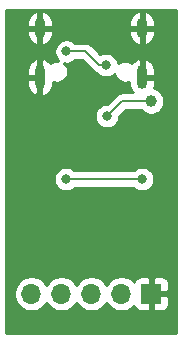
<source format=gbr>
G04 #@! TF.GenerationSoftware,KiCad,Pcbnew,(5.1.5)-3*
G04 #@! TF.CreationDate,2022-01-21T17:51:05-06:00*
G04 #@! TF.ProjectId,test_stand_smd,74657374-5f73-4746-916e-645f736d642e,rev?*
G04 #@! TF.SameCoordinates,Original*
G04 #@! TF.FileFunction,Copper,L2,Bot*
G04 #@! TF.FilePolarity,Positive*
%FSLAX46Y46*%
G04 Gerber Fmt 4.6, Leading zero omitted, Abs format (unit mm)*
G04 Created by KiCad (PCBNEW (5.1.5)-3) date 2022-01-21 17:51:05*
%MOMM*%
%LPD*%
G04 APERTURE LIST*
%ADD10O,0.900000X1.700000*%
%ADD11O,0.900000X2.000000*%
%ADD12C,1.000000*%
%ADD13O,1.700000X1.700000*%
%ADD14R,1.700000X1.700000*%
%ADD15C,0.800000*%
%ADD16C,0.250000*%
%ADD17C,0.200000*%
%ADD18C,0.254000*%
G04 APERTURE END LIST*
D10*
X138933460Y-78645200D03*
X147573460Y-78645200D03*
D11*
X138933460Y-82815200D03*
X147573460Y-82815200D03*
D12*
X148336000Y-84836000D03*
D13*
X138209020Y-101152960D03*
X140749020Y-101152960D03*
X143289020Y-101152960D03*
X145829020Y-101152960D03*
D14*
X148369020Y-101152960D03*
D15*
X144602200Y-86106000D03*
X147574000Y-91440000D03*
X148590000Y-92456000D03*
X149860000Y-96266000D03*
X144018000Y-89636600D03*
X141147800Y-91440000D03*
X144500600Y-81788000D03*
X141173200Y-80619600D03*
D16*
X138941080Y-82823920D02*
X138941080Y-78653920D01*
X147581080Y-82823920D02*
X147581080Y-78653920D01*
X148590000Y-92456000D02*
X148590000Y-93218000D01*
X148590000Y-93218000D02*
X149098000Y-93726000D01*
X149098000Y-95504000D02*
X149098000Y-94996000D01*
X149860000Y-96266000D02*
X149098000Y-95504000D01*
X149098000Y-93726000D02*
X149098000Y-94996000D01*
X149098000Y-94996000D02*
X149098000Y-95250000D01*
X138684000Y-96266000D02*
X149860000Y-96266000D01*
D17*
X138933460Y-84015200D02*
X138938000Y-84019740D01*
X138933460Y-82815200D02*
X138933460Y-84015200D01*
X138684000Y-84273740D02*
X138684000Y-96266000D01*
X138938000Y-84019740D02*
X138684000Y-84273740D01*
X147574000Y-91440000D02*
X141147800Y-91440000D01*
X143934915Y-81788000D02*
X142766515Y-80619600D01*
X144500600Y-81788000D02*
X143934915Y-81788000D01*
X142766515Y-80619600D02*
X142494000Y-80619600D01*
X142494000Y-80619600D02*
X141173200Y-80619600D01*
X141173200Y-80619600D02*
X141173200Y-80619600D01*
X145872200Y-84836000D02*
X148336000Y-84836000D01*
X144602200Y-86106000D02*
X145872200Y-84836000D01*
D18*
G36*
X150387197Y-77119047D02*
G01*
X150405662Y-77124622D01*
X150422694Y-77133678D01*
X150437643Y-77145870D01*
X150449938Y-77160732D01*
X150459111Y-77177696D01*
X150464817Y-77196129D01*
X150470001Y-77245455D01*
X150470000Y-104361723D01*
X150464953Y-104413195D01*
X150459377Y-104431663D01*
X150450322Y-104448693D01*
X150438129Y-104463643D01*
X150423266Y-104475939D01*
X150406303Y-104485111D01*
X150387871Y-104490817D01*
X150334539Y-104496422D01*
X136176277Y-104496422D01*
X136124720Y-104491367D01*
X136106178Y-104485769D01*
X136089071Y-104476673D01*
X136074061Y-104464430D01*
X136061712Y-104449504D01*
X136052498Y-104432463D01*
X136046771Y-104413961D01*
X136042000Y-104368568D01*
X136042000Y-101006700D01*
X136724020Y-101006700D01*
X136724020Y-101299220D01*
X136781088Y-101586118D01*
X136893030Y-101856371D01*
X137055545Y-102099592D01*
X137262388Y-102306435D01*
X137505609Y-102468950D01*
X137775862Y-102580892D01*
X138062760Y-102637960D01*
X138355280Y-102637960D01*
X138642178Y-102580892D01*
X138912431Y-102468950D01*
X139155652Y-102306435D01*
X139362495Y-102099592D01*
X139479020Y-101925200D01*
X139595545Y-102099592D01*
X139802388Y-102306435D01*
X140045609Y-102468950D01*
X140315862Y-102580892D01*
X140602760Y-102637960D01*
X140895280Y-102637960D01*
X141182178Y-102580892D01*
X141452431Y-102468950D01*
X141695652Y-102306435D01*
X141902495Y-102099592D01*
X142019020Y-101925200D01*
X142135545Y-102099592D01*
X142342388Y-102306435D01*
X142585609Y-102468950D01*
X142855862Y-102580892D01*
X143142760Y-102637960D01*
X143435280Y-102637960D01*
X143722178Y-102580892D01*
X143992431Y-102468950D01*
X144235652Y-102306435D01*
X144442495Y-102099592D01*
X144559020Y-101925200D01*
X144675545Y-102099592D01*
X144882388Y-102306435D01*
X145125609Y-102468950D01*
X145395862Y-102580892D01*
X145682760Y-102637960D01*
X145975280Y-102637960D01*
X146262178Y-102580892D01*
X146532431Y-102468950D01*
X146775652Y-102306435D01*
X146907507Y-102174580D01*
X146929518Y-102247140D01*
X146988483Y-102357454D01*
X147067835Y-102454145D01*
X147164526Y-102533497D01*
X147274840Y-102592462D01*
X147394538Y-102628772D01*
X147519020Y-102641032D01*
X148083270Y-102637960D01*
X148242020Y-102479210D01*
X148242020Y-101279960D01*
X148496020Y-101279960D01*
X148496020Y-102479210D01*
X148654770Y-102637960D01*
X149219020Y-102641032D01*
X149343502Y-102628772D01*
X149463200Y-102592462D01*
X149573514Y-102533497D01*
X149670205Y-102454145D01*
X149749557Y-102357454D01*
X149808522Y-102247140D01*
X149844832Y-102127442D01*
X149857092Y-102002960D01*
X149854020Y-101438710D01*
X149695270Y-101279960D01*
X148496020Y-101279960D01*
X148242020Y-101279960D01*
X148222020Y-101279960D01*
X148222020Y-101025960D01*
X148242020Y-101025960D01*
X148242020Y-99826710D01*
X148496020Y-99826710D01*
X148496020Y-101025960D01*
X149695270Y-101025960D01*
X149854020Y-100867210D01*
X149857092Y-100302960D01*
X149844832Y-100178478D01*
X149808522Y-100058780D01*
X149749557Y-99948466D01*
X149670205Y-99851775D01*
X149573514Y-99772423D01*
X149463200Y-99713458D01*
X149343502Y-99677148D01*
X149219020Y-99664888D01*
X148654770Y-99667960D01*
X148496020Y-99826710D01*
X148242020Y-99826710D01*
X148083270Y-99667960D01*
X147519020Y-99664888D01*
X147394538Y-99677148D01*
X147274840Y-99713458D01*
X147164526Y-99772423D01*
X147067835Y-99851775D01*
X146988483Y-99948466D01*
X146929518Y-100058780D01*
X146907507Y-100131340D01*
X146775652Y-99999485D01*
X146532431Y-99836970D01*
X146262178Y-99725028D01*
X145975280Y-99667960D01*
X145682760Y-99667960D01*
X145395862Y-99725028D01*
X145125609Y-99836970D01*
X144882388Y-99999485D01*
X144675545Y-100206328D01*
X144559020Y-100380720D01*
X144442495Y-100206328D01*
X144235652Y-99999485D01*
X143992431Y-99836970D01*
X143722178Y-99725028D01*
X143435280Y-99667960D01*
X143142760Y-99667960D01*
X142855862Y-99725028D01*
X142585609Y-99836970D01*
X142342388Y-99999485D01*
X142135545Y-100206328D01*
X142019020Y-100380720D01*
X141902495Y-100206328D01*
X141695652Y-99999485D01*
X141452431Y-99836970D01*
X141182178Y-99725028D01*
X140895280Y-99667960D01*
X140602760Y-99667960D01*
X140315862Y-99725028D01*
X140045609Y-99836970D01*
X139802388Y-99999485D01*
X139595545Y-100206328D01*
X139479020Y-100380720D01*
X139362495Y-100206328D01*
X139155652Y-99999485D01*
X138912431Y-99836970D01*
X138642178Y-99725028D01*
X138355280Y-99667960D01*
X138062760Y-99667960D01*
X137775862Y-99725028D01*
X137505609Y-99836970D01*
X137262388Y-99999485D01*
X137055545Y-100206328D01*
X136893030Y-100449549D01*
X136781088Y-100719802D01*
X136724020Y-101006700D01*
X136042000Y-101006700D01*
X136042000Y-91338061D01*
X140112800Y-91338061D01*
X140112800Y-91541939D01*
X140152574Y-91741898D01*
X140230595Y-91930256D01*
X140343863Y-92099774D01*
X140488026Y-92243937D01*
X140657544Y-92357205D01*
X140845902Y-92435226D01*
X141045861Y-92475000D01*
X141249739Y-92475000D01*
X141449698Y-92435226D01*
X141638056Y-92357205D01*
X141807574Y-92243937D01*
X141876511Y-92175000D01*
X146845289Y-92175000D01*
X146914226Y-92243937D01*
X147083744Y-92357205D01*
X147272102Y-92435226D01*
X147472061Y-92475000D01*
X147675939Y-92475000D01*
X147875898Y-92435226D01*
X148064256Y-92357205D01*
X148233774Y-92243937D01*
X148377937Y-92099774D01*
X148491205Y-91930256D01*
X148569226Y-91741898D01*
X148609000Y-91541939D01*
X148609000Y-91338061D01*
X148569226Y-91138102D01*
X148491205Y-90949744D01*
X148377937Y-90780226D01*
X148233774Y-90636063D01*
X148064256Y-90522795D01*
X147875898Y-90444774D01*
X147675939Y-90405000D01*
X147472061Y-90405000D01*
X147272102Y-90444774D01*
X147083744Y-90522795D01*
X146914226Y-90636063D01*
X146845289Y-90705000D01*
X141876511Y-90705000D01*
X141807574Y-90636063D01*
X141638056Y-90522795D01*
X141449698Y-90444774D01*
X141249739Y-90405000D01*
X141045861Y-90405000D01*
X140845902Y-90444774D01*
X140657544Y-90522795D01*
X140488026Y-90636063D01*
X140343863Y-90780226D01*
X140230595Y-90949744D01*
X140152574Y-91138102D01*
X140112800Y-91338061D01*
X136042000Y-91338061D01*
X136042000Y-82942200D01*
X137848460Y-82942200D01*
X137848460Y-83492200D01*
X137894084Y-83701433D01*
X137979651Y-83897745D01*
X138101873Y-84073591D01*
X138256052Y-84222214D01*
X138436263Y-84337902D01*
X138639459Y-84409608D01*
X138806460Y-84282702D01*
X138806460Y-82942200D01*
X137848460Y-82942200D01*
X136042000Y-82942200D01*
X136042000Y-82138200D01*
X137848460Y-82138200D01*
X137848460Y-82688200D01*
X138806460Y-82688200D01*
X138806460Y-81347698D01*
X139060460Y-81347698D01*
X139060460Y-82688200D01*
X139080460Y-82688200D01*
X139080460Y-82942200D01*
X139060460Y-82942200D01*
X139060460Y-84282702D01*
X139227461Y-84409608D01*
X139430657Y-84337902D01*
X139610868Y-84222214D01*
X139765047Y-84073591D01*
X139887269Y-83897745D01*
X139972836Y-83701433D01*
X140018460Y-83492200D01*
X140018460Y-83204333D01*
X140090731Y-83234268D01*
X140271371Y-83270200D01*
X140455549Y-83270200D01*
X140636189Y-83234268D01*
X140806349Y-83163786D01*
X140959488Y-83061462D01*
X141089722Y-82931228D01*
X141192046Y-82778089D01*
X141262528Y-82607929D01*
X141298460Y-82427289D01*
X141298460Y-82243111D01*
X141262528Y-82062471D01*
X141192046Y-81892311D01*
X141089722Y-81739172D01*
X140988735Y-81638185D01*
X141071261Y-81654600D01*
X141275139Y-81654600D01*
X141475098Y-81614826D01*
X141663456Y-81536805D01*
X141832974Y-81423537D01*
X141901911Y-81354600D01*
X142462069Y-81354600D01*
X143389661Y-82282193D01*
X143412677Y-82310238D01*
X143524595Y-82402087D01*
X143652282Y-82470337D01*
X143748376Y-82499487D01*
X143840826Y-82591937D01*
X144010344Y-82705205D01*
X144198702Y-82783226D01*
X144398661Y-82823000D01*
X144602539Y-82823000D01*
X144802498Y-82783226D01*
X144990856Y-82705205D01*
X145160374Y-82591937D01*
X145227799Y-82524512D01*
X145244392Y-82607929D01*
X145314874Y-82778089D01*
X145417198Y-82931228D01*
X145547432Y-83061462D01*
X145700571Y-83163786D01*
X145870731Y-83234268D01*
X146051371Y-83270200D01*
X146235549Y-83270200D01*
X146416189Y-83234268D01*
X146488460Y-83204333D01*
X146488460Y-83492200D01*
X146534084Y-83701433D01*
X146619651Y-83897745D01*
X146741873Y-84073591D01*
X146770307Y-84101000D01*
X145908294Y-84101000D01*
X145872199Y-84097445D01*
X145836104Y-84101000D01*
X145836095Y-84101000D01*
X145728115Y-84111635D01*
X145589567Y-84153663D01*
X145461880Y-84221913D01*
X145349962Y-84313762D01*
X145326946Y-84341807D01*
X144597754Y-85071000D01*
X144500261Y-85071000D01*
X144300302Y-85110774D01*
X144111944Y-85188795D01*
X143942426Y-85302063D01*
X143798263Y-85446226D01*
X143684995Y-85615744D01*
X143606974Y-85804102D01*
X143567200Y-86004061D01*
X143567200Y-86207939D01*
X143606974Y-86407898D01*
X143684995Y-86596256D01*
X143798263Y-86765774D01*
X143942426Y-86909937D01*
X144111944Y-87023205D01*
X144300302Y-87101226D01*
X144500261Y-87141000D01*
X144704139Y-87141000D01*
X144904098Y-87101226D01*
X145092456Y-87023205D01*
X145261974Y-86909937D01*
X145406137Y-86765774D01*
X145519405Y-86596256D01*
X145597426Y-86407898D01*
X145637200Y-86207939D01*
X145637200Y-86110446D01*
X146176647Y-85571000D01*
X147465868Y-85571000D01*
X147612480Y-85717612D01*
X147798376Y-85841824D01*
X148004933Y-85927383D01*
X148224212Y-85971000D01*
X148447788Y-85971000D01*
X148667067Y-85927383D01*
X148873624Y-85841824D01*
X149059520Y-85717612D01*
X149217612Y-85559520D01*
X149341824Y-85373624D01*
X149427383Y-85167067D01*
X149471000Y-84947788D01*
X149471000Y-84724212D01*
X149427383Y-84504933D01*
X149341824Y-84298376D01*
X149217612Y-84112480D01*
X149059520Y-83954388D01*
X148873624Y-83830176D01*
X148667067Y-83744617D01*
X148599842Y-83731245D01*
X148612836Y-83701433D01*
X148658460Y-83492200D01*
X148658460Y-82942200D01*
X147700460Y-82942200D01*
X147700460Y-82962200D01*
X147446460Y-82962200D01*
X147446460Y-82942200D01*
X147426460Y-82942200D01*
X147426460Y-82688200D01*
X147446460Y-82688200D01*
X147446460Y-81347698D01*
X147700460Y-81347698D01*
X147700460Y-82688200D01*
X148658460Y-82688200D01*
X148658460Y-82138200D01*
X148612836Y-81928967D01*
X148527269Y-81732655D01*
X148405047Y-81556809D01*
X148250868Y-81408186D01*
X148070657Y-81292498D01*
X147867461Y-81220792D01*
X147700460Y-81347698D01*
X147446460Y-81347698D01*
X147279459Y-81220792D01*
X147076263Y-81292498D01*
X146896052Y-81408186D01*
X146741873Y-81556809D01*
X146716375Y-81593494D01*
X146586349Y-81506614D01*
X146416189Y-81436132D01*
X146235549Y-81400200D01*
X146051371Y-81400200D01*
X145870731Y-81436132D01*
X145700571Y-81506614D01*
X145547432Y-81608938D01*
X145524768Y-81631602D01*
X145495826Y-81486102D01*
X145417805Y-81297744D01*
X145304537Y-81128226D01*
X145160374Y-80984063D01*
X144990856Y-80870795D01*
X144802498Y-80792774D01*
X144602539Y-80753000D01*
X144398661Y-80753000D01*
X144198702Y-80792774D01*
X144043445Y-80857084D01*
X143311773Y-80125412D01*
X143288753Y-80097362D01*
X143176835Y-80005513D01*
X143049148Y-79937263D01*
X142910600Y-79895235D01*
X142802620Y-79884600D01*
X142766515Y-79881044D01*
X142730410Y-79884600D01*
X141901911Y-79884600D01*
X141832974Y-79815663D01*
X141663456Y-79702395D01*
X141475098Y-79624374D01*
X141275139Y-79584600D01*
X141071261Y-79584600D01*
X140871302Y-79624374D01*
X140682944Y-79702395D01*
X140513426Y-79815663D01*
X140369263Y-79959826D01*
X140255995Y-80129344D01*
X140177974Y-80317702D01*
X140138200Y-80517661D01*
X140138200Y-80721539D01*
X140177974Y-80921498D01*
X140255995Y-81109856D01*
X140369263Y-81279374D01*
X140498666Y-81408777D01*
X140455549Y-81400200D01*
X140271371Y-81400200D01*
X140090731Y-81436132D01*
X139920571Y-81506614D01*
X139790545Y-81593494D01*
X139765047Y-81556809D01*
X139610868Y-81408186D01*
X139430657Y-81292498D01*
X139227461Y-81220792D01*
X139060460Y-81347698D01*
X138806460Y-81347698D01*
X138639459Y-81220792D01*
X138436263Y-81292498D01*
X138256052Y-81408186D01*
X138101873Y-81556809D01*
X137979651Y-81732655D01*
X137894084Y-81928967D01*
X137848460Y-82138200D01*
X136042000Y-82138200D01*
X136042000Y-78772200D01*
X137848460Y-78772200D01*
X137848460Y-79172200D01*
X137894084Y-79381433D01*
X137979651Y-79577745D01*
X138101873Y-79753591D01*
X138256052Y-79902214D01*
X138436263Y-80017902D01*
X138639459Y-80089608D01*
X138806460Y-79962702D01*
X138806460Y-78772200D01*
X139060460Y-78772200D01*
X139060460Y-79962702D01*
X139227461Y-80089608D01*
X139430657Y-80017902D01*
X139610868Y-79902214D01*
X139765047Y-79753591D01*
X139887269Y-79577745D01*
X139972836Y-79381433D01*
X140018460Y-79172200D01*
X140018460Y-78772200D01*
X146488460Y-78772200D01*
X146488460Y-79172200D01*
X146534084Y-79381433D01*
X146619651Y-79577745D01*
X146741873Y-79753591D01*
X146896052Y-79902214D01*
X147076263Y-80017902D01*
X147279459Y-80089608D01*
X147446460Y-79962702D01*
X147446460Y-78772200D01*
X147700460Y-78772200D01*
X147700460Y-79962702D01*
X147867461Y-80089608D01*
X148070657Y-80017902D01*
X148250868Y-79902214D01*
X148405047Y-79753591D01*
X148527269Y-79577745D01*
X148612836Y-79381433D01*
X148658460Y-79172200D01*
X148658460Y-78772200D01*
X147700460Y-78772200D01*
X147446460Y-78772200D01*
X146488460Y-78772200D01*
X140018460Y-78772200D01*
X139060460Y-78772200D01*
X138806460Y-78772200D01*
X137848460Y-78772200D01*
X136042000Y-78772200D01*
X136042000Y-78118200D01*
X137848460Y-78118200D01*
X137848460Y-78518200D01*
X138806460Y-78518200D01*
X138806460Y-77327698D01*
X139060460Y-77327698D01*
X139060460Y-78518200D01*
X140018460Y-78518200D01*
X140018460Y-78118200D01*
X146488460Y-78118200D01*
X146488460Y-78518200D01*
X147446460Y-78518200D01*
X147446460Y-77327698D01*
X147700460Y-77327698D01*
X147700460Y-78518200D01*
X148658460Y-78518200D01*
X148658460Y-78118200D01*
X148612836Y-77908967D01*
X148527269Y-77712655D01*
X148405047Y-77536809D01*
X148250868Y-77388186D01*
X148070657Y-77272498D01*
X147867461Y-77200792D01*
X147700460Y-77327698D01*
X147446460Y-77327698D01*
X147279459Y-77200792D01*
X147076263Y-77272498D01*
X146896052Y-77388186D01*
X146741873Y-77536809D01*
X146619651Y-77712655D01*
X146534084Y-77908967D01*
X146488460Y-78118200D01*
X140018460Y-78118200D01*
X139972836Y-77908967D01*
X139887269Y-77712655D01*
X139765047Y-77536809D01*
X139610868Y-77388186D01*
X139430657Y-77272498D01*
X139227461Y-77200792D01*
X139060460Y-77327698D01*
X138806460Y-77327698D01*
X138639459Y-77200792D01*
X138436263Y-77272498D01*
X138256052Y-77388186D01*
X138101873Y-77536809D01*
X137979651Y-77712655D01*
X137894084Y-77908967D01*
X137848460Y-78118200D01*
X136042000Y-78118200D01*
X136042000Y-77248277D01*
X136047047Y-77196803D01*
X136052622Y-77178338D01*
X136061678Y-77161306D01*
X136073870Y-77146357D01*
X136088732Y-77134062D01*
X136105696Y-77124889D01*
X136124129Y-77119183D01*
X136173446Y-77114000D01*
X150335723Y-77114000D01*
X150387197Y-77119047D01*
G37*
X150387197Y-77119047D02*
X150405662Y-77124622D01*
X150422694Y-77133678D01*
X150437643Y-77145870D01*
X150449938Y-77160732D01*
X150459111Y-77177696D01*
X150464817Y-77196129D01*
X150470001Y-77245455D01*
X150470000Y-104361723D01*
X150464953Y-104413195D01*
X150459377Y-104431663D01*
X150450322Y-104448693D01*
X150438129Y-104463643D01*
X150423266Y-104475939D01*
X150406303Y-104485111D01*
X150387871Y-104490817D01*
X150334539Y-104496422D01*
X136176277Y-104496422D01*
X136124720Y-104491367D01*
X136106178Y-104485769D01*
X136089071Y-104476673D01*
X136074061Y-104464430D01*
X136061712Y-104449504D01*
X136052498Y-104432463D01*
X136046771Y-104413961D01*
X136042000Y-104368568D01*
X136042000Y-101006700D01*
X136724020Y-101006700D01*
X136724020Y-101299220D01*
X136781088Y-101586118D01*
X136893030Y-101856371D01*
X137055545Y-102099592D01*
X137262388Y-102306435D01*
X137505609Y-102468950D01*
X137775862Y-102580892D01*
X138062760Y-102637960D01*
X138355280Y-102637960D01*
X138642178Y-102580892D01*
X138912431Y-102468950D01*
X139155652Y-102306435D01*
X139362495Y-102099592D01*
X139479020Y-101925200D01*
X139595545Y-102099592D01*
X139802388Y-102306435D01*
X140045609Y-102468950D01*
X140315862Y-102580892D01*
X140602760Y-102637960D01*
X140895280Y-102637960D01*
X141182178Y-102580892D01*
X141452431Y-102468950D01*
X141695652Y-102306435D01*
X141902495Y-102099592D01*
X142019020Y-101925200D01*
X142135545Y-102099592D01*
X142342388Y-102306435D01*
X142585609Y-102468950D01*
X142855862Y-102580892D01*
X143142760Y-102637960D01*
X143435280Y-102637960D01*
X143722178Y-102580892D01*
X143992431Y-102468950D01*
X144235652Y-102306435D01*
X144442495Y-102099592D01*
X144559020Y-101925200D01*
X144675545Y-102099592D01*
X144882388Y-102306435D01*
X145125609Y-102468950D01*
X145395862Y-102580892D01*
X145682760Y-102637960D01*
X145975280Y-102637960D01*
X146262178Y-102580892D01*
X146532431Y-102468950D01*
X146775652Y-102306435D01*
X146907507Y-102174580D01*
X146929518Y-102247140D01*
X146988483Y-102357454D01*
X147067835Y-102454145D01*
X147164526Y-102533497D01*
X147274840Y-102592462D01*
X147394538Y-102628772D01*
X147519020Y-102641032D01*
X148083270Y-102637960D01*
X148242020Y-102479210D01*
X148242020Y-101279960D01*
X148496020Y-101279960D01*
X148496020Y-102479210D01*
X148654770Y-102637960D01*
X149219020Y-102641032D01*
X149343502Y-102628772D01*
X149463200Y-102592462D01*
X149573514Y-102533497D01*
X149670205Y-102454145D01*
X149749557Y-102357454D01*
X149808522Y-102247140D01*
X149844832Y-102127442D01*
X149857092Y-102002960D01*
X149854020Y-101438710D01*
X149695270Y-101279960D01*
X148496020Y-101279960D01*
X148242020Y-101279960D01*
X148222020Y-101279960D01*
X148222020Y-101025960D01*
X148242020Y-101025960D01*
X148242020Y-99826710D01*
X148496020Y-99826710D01*
X148496020Y-101025960D01*
X149695270Y-101025960D01*
X149854020Y-100867210D01*
X149857092Y-100302960D01*
X149844832Y-100178478D01*
X149808522Y-100058780D01*
X149749557Y-99948466D01*
X149670205Y-99851775D01*
X149573514Y-99772423D01*
X149463200Y-99713458D01*
X149343502Y-99677148D01*
X149219020Y-99664888D01*
X148654770Y-99667960D01*
X148496020Y-99826710D01*
X148242020Y-99826710D01*
X148083270Y-99667960D01*
X147519020Y-99664888D01*
X147394538Y-99677148D01*
X147274840Y-99713458D01*
X147164526Y-99772423D01*
X147067835Y-99851775D01*
X146988483Y-99948466D01*
X146929518Y-100058780D01*
X146907507Y-100131340D01*
X146775652Y-99999485D01*
X146532431Y-99836970D01*
X146262178Y-99725028D01*
X145975280Y-99667960D01*
X145682760Y-99667960D01*
X145395862Y-99725028D01*
X145125609Y-99836970D01*
X144882388Y-99999485D01*
X144675545Y-100206328D01*
X144559020Y-100380720D01*
X144442495Y-100206328D01*
X144235652Y-99999485D01*
X143992431Y-99836970D01*
X143722178Y-99725028D01*
X143435280Y-99667960D01*
X143142760Y-99667960D01*
X142855862Y-99725028D01*
X142585609Y-99836970D01*
X142342388Y-99999485D01*
X142135545Y-100206328D01*
X142019020Y-100380720D01*
X141902495Y-100206328D01*
X141695652Y-99999485D01*
X141452431Y-99836970D01*
X141182178Y-99725028D01*
X140895280Y-99667960D01*
X140602760Y-99667960D01*
X140315862Y-99725028D01*
X140045609Y-99836970D01*
X139802388Y-99999485D01*
X139595545Y-100206328D01*
X139479020Y-100380720D01*
X139362495Y-100206328D01*
X139155652Y-99999485D01*
X138912431Y-99836970D01*
X138642178Y-99725028D01*
X138355280Y-99667960D01*
X138062760Y-99667960D01*
X137775862Y-99725028D01*
X137505609Y-99836970D01*
X137262388Y-99999485D01*
X137055545Y-100206328D01*
X136893030Y-100449549D01*
X136781088Y-100719802D01*
X136724020Y-101006700D01*
X136042000Y-101006700D01*
X136042000Y-91338061D01*
X140112800Y-91338061D01*
X140112800Y-91541939D01*
X140152574Y-91741898D01*
X140230595Y-91930256D01*
X140343863Y-92099774D01*
X140488026Y-92243937D01*
X140657544Y-92357205D01*
X140845902Y-92435226D01*
X141045861Y-92475000D01*
X141249739Y-92475000D01*
X141449698Y-92435226D01*
X141638056Y-92357205D01*
X141807574Y-92243937D01*
X141876511Y-92175000D01*
X146845289Y-92175000D01*
X146914226Y-92243937D01*
X147083744Y-92357205D01*
X147272102Y-92435226D01*
X147472061Y-92475000D01*
X147675939Y-92475000D01*
X147875898Y-92435226D01*
X148064256Y-92357205D01*
X148233774Y-92243937D01*
X148377937Y-92099774D01*
X148491205Y-91930256D01*
X148569226Y-91741898D01*
X148609000Y-91541939D01*
X148609000Y-91338061D01*
X148569226Y-91138102D01*
X148491205Y-90949744D01*
X148377937Y-90780226D01*
X148233774Y-90636063D01*
X148064256Y-90522795D01*
X147875898Y-90444774D01*
X147675939Y-90405000D01*
X147472061Y-90405000D01*
X147272102Y-90444774D01*
X147083744Y-90522795D01*
X146914226Y-90636063D01*
X146845289Y-90705000D01*
X141876511Y-90705000D01*
X141807574Y-90636063D01*
X141638056Y-90522795D01*
X141449698Y-90444774D01*
X141249739Y-90405000D01*
X141045861Y-90405000D01*
X140845902Y-90444774D01*
X140657544Y-90522795D01*
X140488026Y-90636063D01*
X140343863Y-90780226D01*
X140230595Y-90949744D01*
X140152574Y-91138102D01*
X140112800Y-91338061D01*
X136042000Y-91338061D01*
X136042000Y-82942200D01*
X137848460Y-82942200D01*
X137848460Y-83492200D01*
X137894084Y-83701433D01*
X137979651Y-83897745D01*
X138101873Y-84073591D01*
X138256052Y-84222214D01*
X138436263Y-84337902D01*
X138639459Y-84409608D01*
X138806460Y-84282702D01*
X138806460Y-82942200D01*
X137848460Y-82942200D01*
X136042000Y-82942200D01*
X136042000Y-82138200D01*
X137848460Y-82138200D01*
X137848460Y-82688200D01*
X138806460Y-82688200D01*
X138806460Y-81347698D01*
X139060460Y-81347698D01*
X139060460Y-82688200D01*
X139080460Y-82688200D01*
X139080460Y-82942200D01*
X139060460Y-82942200D01*
X139060460Y-84282702D01*
X139227461Y-84409608D01*
X139430657Y-84337902D01*
X139610868Y-84222214D01*
X139765047Y-84073591D01*
X139887269Y-83897745D01*
X139972836Y-83701433D01*
X140018460Y-83492200D01*
X140018460Y-83204333D01*
X140090731Y-83234268D01*
X140271371Y-83270200D01*
X140455549Y-83270200D01*
X140636189Y-83234268D01*
X140806349Y-83163786D01*
X140959488Y-83061462D01*
X141089722Y-82931228D01*
X141192046Y-82778089D01*
X141262528Y-82607929D01*
X141298460Y-82427289D01*
X141298460Y-82243111D01*
X141262528Y-82062471D01*
X141192046Y-81892311D01*
X141089722Y-81739172D01*
X140988735Y-81638185D01*
X141071261Y-81654600D01*
X141275139Y-81654600D01*
X141475098Y-81614826D01*
X141663456Y-81536805D01*
X141832974Y-81423537D01*
X141901911Y-81354600D01*
X142462069Y-81354600D01*
X143389661Y-82282193D01*
X143412677Y-82310238D01*
X143524595Y-82402087D01*
X143652282Y-82470337D01*
X143748376Y-82499487D01*
X143840826Y-82591937D01*
X144010344Y-82705205D01*
X144198702Y-82783226D01*
X144398661Y-82823000D01*
X144602539Y-82823000D01*
X144802498Y-82783226D01*
X144990856Y-82705205D01*
X145160374Y-82591937D01*
X145227799Y-82524512D01*
X145244392Y-82607929D01*
X145314874Y-82778089D01*
X145417198Y-82931228D01*
X145547432Y-83061462D01*
X145700571Y-83163786D01*
X145870731Y-83234268D01*
X146051371Y-83270200D01*
X146235549Y-83270200D01*
X146416189Y-83234268D01*
X146488460Y-83204333D01*
X146488460Y-83492200D01*
X146534084Y-83701433D01*
X146619651Y-83897745D01*
X146741873Y-84073591D01*
X146770307Y-84101000D01*
X145908294Y-84101000D01*
X145872199Y-84097445D01*
X145836104Y-84101000D01*
X145836095Y-84101000D01*
X145728115Y-84111635D01*
X145589567Y-84153663D01*
X145461880Y-84221913D01*
X145349962Y-84313762D01*
X145326946Y-84341807D01*
X144597754Y-85071000D01*
X144500261Y-85071000D01*
X144300302Y-85110774D01*
X144111944Y-85188795D01*
X143942426Y-85302063D01*
X143798263Y-85446226D01*
X143684995Y-85615744D01*
X143606974Y-85804102D01*
X143567200Y-86004061D01*
X143567200Y-86207939D01*
X143606974Y-86407898D01*
X143684995Y-86596256D01*
X143798263Y-86765774D01*
X143942426Y-86909937D01*
X144111944Y-87023205D01*
X144300302Y-87101226D01*
X144500261Y-87141000D01*
X144704139Y-87141000D01*
X144904098Y-87101226D01*
X145092456Y-87023205D01*
X145261974Y-86909937D01*
X145406137Y-86765774D01*
X145519405Y-86596256D01*
X145597426Y-86407898D01*
X145637200Y-86207939D01*
X145637200Y-86110446D01*
X146176647Y-85571000D01*
X147465868Y-85571000D01*
X147612480Y-85717612D01*
X147798376Y-85841824D01*
X148004933Y-85927383D01*
X148224212Y-85971000D01*
X148447788Y-85971000D01*
X148667067Y-85927383D01*
X148873624Y-85841824D01*
X149059520Y-85717612D01*
X149217612Y-85559520D01*
X149341824Y-85373624D01*
X149427383Y-85167067D01*
X149471000Y-84947788D01*
X149471000Y-84724212D01*
X149427383Y-84504933D01*
X149341824Y-84298376D01*
X149217612Y-84112480D01*
X149059520Y-83954388D01*
X148873624Y-83830176D01*
X148667067Y-83744617D01*
X148599842Y-83731245D01*
X148612836Y-83701433D01*
X148658460Y-83492200D01*
X148658460Y-82942200D01*
X147700460Y-82942200D01*
X147700460Y-82962200D01*
X147446460Y-82962200D01*
X147446460Y-82942200D01*
X147426460Y-82942200D01*
X147426460Y-82688200D01*
X147446460Y-82688200D01*
X147446460Y-81347698D01*
X147700460Y-81347698D01*
X147700460Y-82688200D01*
X148658460Y-82688200D01*
X148658460Y-82138200D01*
X148612836Y-81928967D01*
X148527269Y-81732655D01*
X148405047Y-81556809D01*
X148250868Y-81408186D01*
X148070657Y-81292498D01*
X147867461Y-81220792D01*
X147700460Y-81347698D01*
X147446460Y-81347698D01*
X147279459Y-81220792D01*
X147076263Y-81292498D01*
X146896052Y-81408186D01*
X146741873Y-81556809D01*
X146716375Y-81593494D01*
X146586349Y-81506614D01*
X146416189Y-81436132D01*
X146235549Y-81400200D01*
X146051371Y-81400200D01*
X145870731Y-81436132D01*
X145700571Y-81506614D01*
X145547432Y-81608938D01*
X145524768Y-81631602D01*
X145495826Y-81486102D01*
X145417805Y-81297744D01*
X145304537Y-81128226D01*
X145160374Y-80984063D01*
X144990856Y-80870795D01*
X144802498Y-80792774D01*
X144602539Y-80753000D01*
X144398661Y-80753000D01*
X144198702Y-80792774D01*
X144043445Y-80857084D01*
X143311773Y-80125412D01*
X143288753Y-80097362D01*
X143176835Y-80005513D01*
X143049148Y-79937263D01*
X142910600Y-79895235D01*
X142802620Y-79884600D01*
X142766515Y-79881044D01*
X142730410Y-79884600D01*
X141901911Y-79884600D01*
X141832974Y-79815663D01*
X141663456Y-79702395D01*
X141475098Y-79624374D01*
X141275139Y-79584600D01*
X141071261Y-79584600D01*
X140871302Y-79624374D01*
X140682944Y-79702395D01*
X140513426Y-79815663D01*
X140369263Y-79959826D01*
X140255995Y-80129344D01*
X140177974Y-80317702D01*
X140138200Y-80517661D01*
X140138200Y-80721539D01*
X140177974Y-80921498D01*
X140255995Y-81109856D01*
X140369263Y-81279374D01*
X140498666Y-81408777D01*
X140455549Y-81400200D01*
X140271371Y-81400200D01*
X140090731Y-81436132D01*
X139920571Y-81506614D01*
X139790545Y-81593494D01*
X139765047Y-81556809D01*
X139610868Y-81408186D01*
X139430657Y-81292498D01*
X139227461Y-81220792D01*
X139060460Y-81347698D01*
X138806460Y-81347698D01*
X138639459Y-81220792D01*
X138436263Y-81292498D01*
X138256052Y-81408186D01*
X138101873Y-81556809D01*
X137979651Y-81732655D01*
X137894084Y-81928967D01*
X137848460Y-82138200D01*
X136042000Y-82138200D01*
X136042000Y-78772200D01*
X137848460Y-78772200D01*
X137848460Y-79172200D01*
X137894084Y-79381433D01*
X137979651Y-79577745D01*
X138101873Y-79753591D01*
X138256052Y-79902214D01*
X138436263Y-80017902D01*
X138639459Y-80089608D01*
X138806460Y-79962702D01*
X138806460Y-78772200D01*
X139060460Y-78772200D01*
X139060460Y-79962702D01*
X139227461Y-80089608D01*
X139430657Y-80017902D01*
X139610868Y-79902214D01*
X139765047Y-79753591D01*
X139887269Y-79577745D01*
X139972836Y-79381433D01*
X140018460Y-79172200D01*
X140018460Y-78772200D01*
X146488460Y-78772200D01*
X146488460Y-79172200D01*
X146534084Y-79381433D01*
X146619651Y-79577745D01*
X146741873Y-79753591D01*
X146896052Y-79902214D01*
X147076263Y-80017902D01*
X147279459Y-80089608D01*
X147446460Y-79962702D01*
X147446460Y-78772200D01*
X147700460Y-78772200D01*
X147700460Y-79962702D01*
X147867461Y-80089608D01*
X148070657Y-80017902D01*
X148250868Y-79902214D01*
X148405047Y-79753591D01*
X148527269Y-79577745D01*
X148612836Y-79381433D01*
X148658460Y-79172200D01*
X148658460Y-78772200D01*
X147700460Y-78772200D01*
X147446460Y-78772200D01*
X146488460Y-78772200D01*
X140018460Y-78772200D01*
X139060460Y-78772200D01*
X138806460Y-78772200D01*
X137848460Y-78772200D01*
X136042000Y-78772200D01*
X136042000Y-78118200D01*
X137848460Y-78118200D01*
X137848460Y-78518200D01*
X138806460Y-78518200D01*
X138806460Y-77327698D01*
X139060460Y-77327698D01*
X139060460Y-78518200D01*
X140018460Y-78518200D01*
X140018460Y-78118200D01*
X146488460Y-78118200D01*
X146488460Y-78518200D01*
X147446460Y-78518200D01*
X147446460Y-77327698D01*
X147700460Y-77327698D01*
X147700460Y-78518200D01*
X148658460Y-78518200D01*
X148658460Y-78118200D01*
X148612836Y-77908967D01*
X148527269Y-77712655D01*
X148405047Y-77536809D01*
X148250868Y-77388186D01*
X148070657Y-77272498D01*
X147867461Y-77200792D01*
X147700460Y-77327698D01*
X147446460Y-77327698D01*
X147279459Y-77200792D01*
X147076263Y-77272498D01*
X146896052Y-77388186D01*
X146741873Y-77536809D01*
X146619651Y-77712655D01*
X146534084Y-77908967D01*
X146488460Y-78118200D01*
X140018460Y-78118200D01*
X139972836Y-77908967D01*
X139887269Y-77712655D01*
X139765047Y-77536809D01*
X139610868Y-77388186D01*
X139430657Y-77272498D01*
X139227461Y-77200792D01*
X139060460Y-77327698D01*
X138806460Y-77327698D01*
X138639459Y-77200792D01*
X138436263Y-77272498D01*
X138256052Y-77388186D01*
X138101873Y-77536809D01*
X137979651Y-77712655D01*
X137894084Y-77908967D01*
X137848460Y-78118200D01*
X136042000Y-78118200D01*
X136042000Y-77248277D01*
X136047047Y-77196803D01*
X136052622Y-77178338D01*
X136061678Y-77161306D01*
X136073870Y-77146357D01*
X136088732Y-77134062D01*
X136105696Y-77124889D01*
X136124129Y-77119183D01*
X136173446Y-77114000D01*
X150335723Y-77114000D01*
X150387197Y-77119047D01*
M02*

</source>
